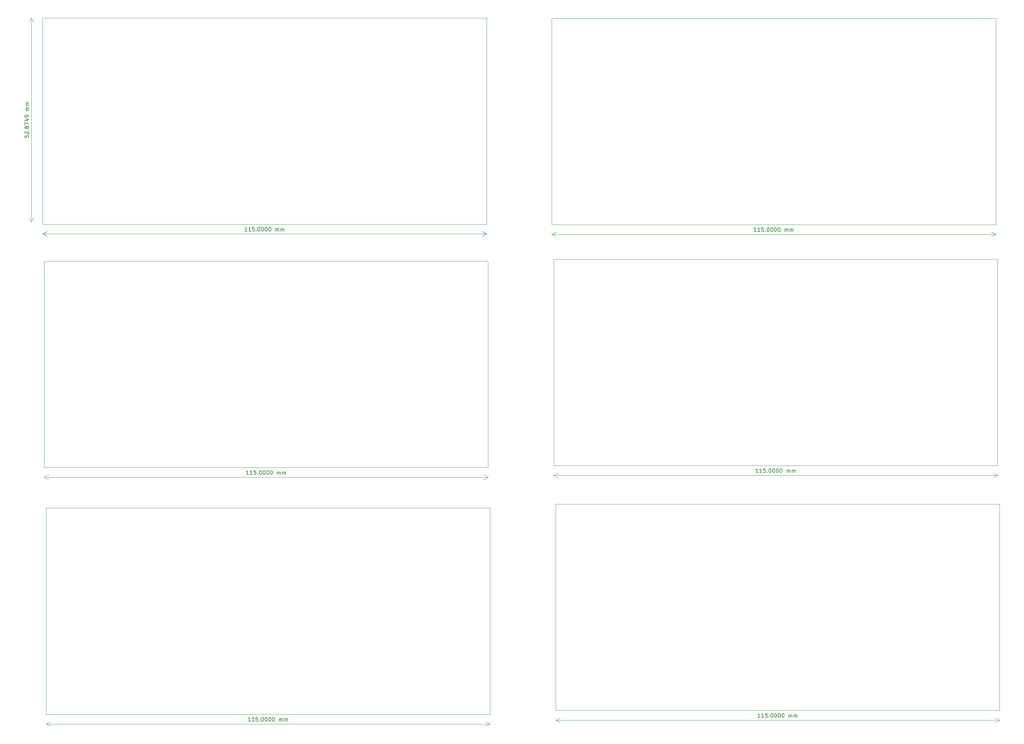
<source format=gbr>
%TF.GenerationSoftware,KiCad,Pcbnew,8.0.5-8.0.5-0~ubuntu24.04.1*%
%TF.CreationDate,2024-09-29T15:16:05-03:00*%
%TF.ProjectId,MXR Distortion,4d585220-4469-4737-946f-7274696f6e2e,rev?*%
%TF.SameCoordinates,Original*%
%TF.FileFunction,Profile,NP*%
%FSLAX46Y46*%
G04 Gerber Fmt 4.6, Leading zero omitted, Abs format (unit mm)*
G04 Created by KiCad (PCBNEW 8.0.5-8.0.5-0~ubuntu24.04.1) date 2024-09-29 15:16:05*
%MOMM*%
%LPD*%
G01*
G04 APERTURE LIST*
%TA.AperFunction,Profile*%
%ADD10C,0.050000*%
%TD*%
%ADD11C,0.150000*%
G04 APERTURE END LIST*
D10*
X18902124Y-133625121D02*
X133902124Y-133625121D01*
X150402124Y-70625121D02*
X265402124Y-70625121D01*
X133902124Y-80125121D02*
X18902124Y-80125121D01*
X133902124Y-133625121D02*
X133902124Y-80125121D01*
X134402124Y-144125121D02*
X19402124Y-144125121D01*
X265402124Y-70625121D02*
X265402124Y-17125121D01*
X19402124Y-144125121D02*
X19402124Y-197625121D01*
X265902124Y-79625121D02*
X150902124Y-79625121D01*
X265402124Y-17125121D02*
X150402124Y-17125121D01*
X265902124Y-133125121D02*
X265902124Y-79625121D01*
X151402124Y-143125121D02*
X151402124Y-196625121D01*
X150402124Y-17125121D02*
X150402124Y-70625121D01*
X18500000Y-70500000D02*
X133500000Y-70500000D01*
X134402124Y-197625121D02*
X134402124Y-144125121D01*
X18500000Y-17000000D02*
X18500000Y-70500000D01*
X150902124Y-133125121D02*
X265902124Y-133125121D01*
X266402124Y-196625121D02*
X266402124Y-143125121D01*
X133500000Y-70500000D02*
X133500000Y-17000000D01*
X19402124Y-197625121D02*
X134402124Y-197625121D01*
X18902124Y-80125121D02*
X18902124Y-133625121D01*
X266402124Y-143125121D02*
X151402124Y-143125121D01*
X150902124Y-79625121D02*
X150902124Y-133125121D01*
X151402124Y-196625121D02*
X266402124Y-196625121D01*
X133500000Y-17000000D02*
X18500000Y-17000000D01*
D11*
X204378314Y-198429940D02*
X203806886Y-198429940D01*
X204092600Y-198429940D02*
X204092600Y-197429940D01*
X204092600Y-197429940D02*
X203997362Y-197572797D01*
X203997362Y-197572797D02*
X203902124Y-197668035D01*
X203902124Y-197668035D02*
X203806886Y-197715654D01*
X205330695Y-198429940D02*
X204759267Y-198429940D01*
X205044981Y-198429940D02*
X205044981Y-197429940D01*
X205044981Y-197429940D02*
X204949743Y-197572797D01*
X204949743Y-197572797D02*
X204854505Y-197668035D01*
X204854505Y-197668035D02*
X204759267Y-197715654D01*
X206235457Y-197429940D02*
X205759267Y-197429940D01*
X205759267Y-197429940D02*
X205711648Y-197906130D01*
X205711648Y-197906130D02*
X205759267Y-197858511D01*
X205759267Y-197858511D02*
X205854505Y-197810892D01*
X205854505Y-197810892D02*
X206092600Y-197810892D01*
X206092600Y-197810892D02*
X206187838Y-197858511D01*
X206187838Y-197858511D02*
X206235457Y-197906130D01*
X206235457Y-197906130D02*
X206283076Y-198001368D01*
X206283076Y-198001368D02*
X206283076Y-198239463D01*
X206283076Y-198239463D02*
X206235457Y-198334701D01*
X206235457Y-198334701D02*
X206187838Y-198382321D01*
X206187838Y-198382321D02*
X206092600Y-198429940D01*
X206092600Y-198429940D02*
X205854505Y-198429940D01*
X205854505Y-198429940D02*
X205759267Y-198382321D01*
X205759267Y-198382321D02*
X205711648Y-198334701D01*
X206711648Y-198334701D02*
X206759267Y-198382321D01*
X206759267Y-198382321D02*
X206711648Y-198429940D01*
X206711648Y-198429940D02*
X206664029Y-198382321D01*
X206664029Y-198382321D02*
X206711648Y-198334701D01*
X206711648Y-198334701D02*
X206711648Y-198429940D01*
X207378314Y-197429940D02*
X207473552Y-197429940D01*
X207473552Y-197429940D02*
X207568790Y-197477559D01*
X207568790Y-197477559D02*
X207616409Y-197525178D01*
X207616409Y-197525178D02*
X207664028Y-197620416D01*
X207664028Y-197620416D02*
X207711647Y-197810892D01*
X207711647Y-197810892D02*
X207711647Y-198048987D01*
X207711647Y-198048987D02*
X207664028Y-198239463D01*
X207664028Y-198239463D02*
X207616409Y-198334701D01*
X207616409Y-198334701D02*
X207568790Y-198382321D01*
X207568790Y-198382321D02*
X207473552Y-198429940D01*
X207473552Y-198429940D02*
X207378314Y-198429940D01*
X207378314Y-198429940D02*
X207283076Y-198382321D01*
X207283076Y-198382321D02*
X207235457Y-198334701D01*
X207235457Y-198334701D02*
X207187838Y-198239463D01*
X207187838Y-198239463D02*
X207140219Y-198048987D01*
X207140219Y-198048987D02*
X207140219Y-197810892D01*
X207140219Y-197810892D02*
X207187838Y-197620416D01*
X207187838Y-197620416D02*
X207235457Y-197525178D01*
X207235457Y-197525178D02*
X207283076Y-197477559D01*
X207283076Y-197477559D02*
X207378314Y-197429940D01*
X208330695Y-197429940D02*
X208425933Y-197429940D01*
X208425933Y-197429940D02*
X208521171Y-197477559D01*
X208521171Y-197477559D02*
X208568790Y-197525178D01*
X208568790Y-197525178D02*
X208616409Y-197620416D01*
X208616409Y-197620416D02*
X208664028Y-197810892D01*
X208664028Y-197810892D02*
X208664028Y-198048987D01*
X208664028Y-198048987D02*
X208616409Y-198239463D01*
X208616409Y-198239463D02*
X208568790Y-198334701D01*
X208568790Y-198334701D02*
X208521171Y-198382321D01*
X208521171Y-198382321D02*
X208425933Y-198429940D01*
X208425933Y-198429940D02*
X208330695Y-198429940D01*
X208330695Y-198429940D02*
X208235457Y-198382321D01*
X208235457Y-198382321D02*
X208187838Y-198334701D01*
X208187838Y-198334701D02*
X208140219Y-198239463D01*
X208140219Y-198239463D02*
X208092600Y-198048987D01*
X208092600Y-198048987D02*
X208092600Y-197810892D01*
X208092600Y-197810892D02*
X208140219Y-197620416D01*
X208140219Y-197620416D02*
X208187838Y-197525178D01*
X208187838Y-197525178D02*
X208235457Y-197477559D01*
X208235457Y-197477559D02*
X208330695Y-197429940D01*
X209283076Y-197429940D02*
X209378314Y-197429940D01*
X209378314Y-197429940D02*
X209473552Y-197477559D01*
X209473552Y-197477559D02*
X209521171Y-197525178D01*
X209521171Y-197525178D02*
X209568790Y-197620416D01*
X209568790Y-197620416D02*
X209616409Y-197810892D01*
X209616409Y-197810892D02*
X209616409Y-198048987D01*
X209616409Y-198048987D02*
X209568790Y-198239463D01*
X209568790Y-198239463D02*
X209521171Y-198334701D01*
X209521171Y-198334701D02*
X209473552Y-198382321D01*
X209473552Y-198382321D02*
X209378314Y-198429940D01*
X209378314Y-198429940D02*
X209283076Y-198429940D01*
X209283076Y-198429940D02*
X209187838Y-198382321D01*
X209187838Y-198382321D02*
X209140219Y-198334701D01*
X209140219Y-198334701D02*
X209092600Y-198239463D01*
X209092600Y-198239463D02*
X209044981Y-198048987D01*
X209044981Y-198048987D02*
X209044981Y-197810892D01*
X209044981Y-197810892D02*
X209092600Y-197620416D01*
X209092600Y-197620416D02*
X209140219Y-197525178D01*
X209140219Y-197525178D02*
X209187838Y-197477559D01*
X209187838Y-197477559D02*
X209283076Y-197429940D01*
X210235457Y-197429940D02*
X210330695Y-197429940D01*
X210330695Y-197429940D02*
X210425933Y-197477559D01*
X210425933Y-197477559D02*
X210473552Y-197525178D01*
X210473552Y-197525178D02*
X210521171Y-197620416D01*
X210521171Y-197620416D02*
X210568790Y-197810892D01*
X210568790Y-197810892D02*
X210568790Y-198048987D01*
X210568790Y-198048987D02*
X210521171Y-198239463D01*
X210521171Y-198239463D02*
X210473552Y-198334701D01*
X210473552Y-198334701D02*
X210425933Y-198382321D01*
X210425933Y-198382321D02*
X210330695Y-198429940D01*
X210330695Y-198429940D02*
X210235457Y-198429940D01*
X210235457Y-198429940D02*
X210140219Y-198382321D01*
X210140219Y-198382321D02*
X210092600Y-198334701D01*
X210092600Y-198334701D02*
X210044981Y-198239463D01*
X210044981Y-198239463D02*
X209997362Y-198048987D01*
X209997362Y-198048987D02*
X209997362Y-197810892D01*
X209997362Y-197810892D02*
X210044981Y-197620416D01*
X210044981Y-197620416D02*
X210092600Y-197525178D01*
X210092600Y-197525178D02*
X210140219Y-197477559D01*
X210140219Y-197477559D02*
X210235457Y-197429940D01*
X211759267Y-198429940D02*
X211759267Y-197763273D01*
X211759267Y-197858511D02*
X211806886Y-197810892D01*
X211806886Y-197810892D02*
X211902124Y-197763273D01*
X211902124Y-197763273D02*
X212044981Y-197763273D01*
X212044981Y-197763273D02*
X212140219Y-197810892D01*
X212140219Y-197810892D02*
X212187838Y-197906130D01*
X212187838Y-197906130D02*
X212187838Y-198429940D01*
X212187838Y-197906130D02*
X212235457Y-197810892D01*
X212235457Y-197810892D02*
X212330695Y-197763273D01*
X212330695Y-197763273D02*
X212473552Y-197763273D01*
X212473552Y-197763273D02*
X212568791Y-197810892D01*
X212568791Y-197810892D02*
X212616410Y-197906130D01*
X212616410Y-197906130D02*
X212616410Y-198429940D01*
X213092600Y-198429940D02*
X213092600Y-197763273D01*
X213092600Y-197858511D02*
X213140219Y-197810892D01*
X213140219Y-197810892D02*
X213235457Y-197763273D01*
X213235457Y-197763273D02*
X213378314Y-197763273D01*
X213378314Y-197763273D02*
X213473552Y-197810892D01*
X213473552Y-197810892D02*
X213521171Y-197906130D01*
X213521171Y-197906130D02*
X213521171Y-198429940D01*
X213521171Y-197906130D02*
X213568790Y-197810892D01*
X213568790Y-197810892D02*
X213664028Y-197763273D01*
X213664028Y-197763273D02*
X213806885Y-197763273D01*
X213806885Y-197763273D02*
X213902124Y-197810892D01*
X213902124Y-197810892D02*
X213949743Y-197906130D01*
X213949743Y-197906130D02*
X213949743Y-198429940D01*
D10*
X151402124Y-198625121D02*
X151402124Y-198538701D01*
X266402124Y-198625121D02*
X266402124Y-198538701D01*
X151402124Y-199125121D02*
X266402124Y-199125121D01*
X151402124Y-199125121D02*
X266402124Y-199125121D01*
X151402124Y-199125121D02*
X152528628Y-198538700D01*
X151402124Y-199125121D02*
X152528628Y-199711542D01*
X266402124Y-199125121D02*
X265275620Y-199711542D01*
X266402124Y-199125121D02*
X265275620Y-198538700D01*
D11*
X13902695Y-47532676D02*
X13902695Y-48008866D01*
X13902695Y-48008866D02*
X14378885Y-48056485D01*
X14378885Y-48056485D02*
X14331266Y-48008866D01*
X14331266Y-48008866D02*
X14283647Y-47913628D01*
X14283647Y-47913628D02*
X14283647Y-47675533D01*
X14283647Y-47675533D02*
X14331266Y-47580295D01*
X14331266Y-47580295D02*
X14378885Y-47532676D01*
X14378885Y-47532676D02*
X14474123Y-47485057D01*
X14474123Y-47485057D02*
X14712218Y-47485057D01*
X14712218Y-47485057D02*
X14807456Y-47532676D01*
X14807456Y-47532676D02*
X14855076Y-47580295D01*
X14855076Y-47580295D02*
X14902695Y-47675533D01*
X14902695Y-47675533D02*
X14902695Y-47913628D01*
X14902695Y-47913628D02*
X14855076Y-48008866D01*
X14855076Y-48008866D02*
X14807456Y-48056485D01*
X13997933Y-47104104D02*
X13950314Y-47056485D01*
X13950314Y-47056485D02*
X13902695Y-46961247D01*
X13902695Y-46961247D02*
X13902695Y-46723152D01*
X13902695Y-46723152D02*
X13950314Y-46627914D01*
X13950314Y-46627914D02*
X13997933Y-46580295D01*
X13997933Y-46580295D02*
X14093171Y-46532676D01*
X14093171Y-46532676D02*
X14188409Y-46532676D01*
X14188409Y-46532676D02*
X14331266Y-46580295D01*
X14331266Y-46580295D02*
X14902695Y-47151723D01*
X14902695Y-47151723D02*
X14902695Y-46532676D01*
X14807456Y-46104104D02*
X14855076Y-46056485D01*
X14855076Y-46056485D02*
X14902695Y-46104104D01*
X14902695Y-46104104D02*
X14855076Y-46151723D01*
X14855076Y-46151723D02*
X14807456Y-46104104D01*
X14807456Y-46104104D02*
X14902695Y-46104104D01*
X14331266Y-45485057D02*
X14283647Y-45580295D01*
X14283647Y-45580295D02*
X14236028Y-45627914D01*
X14236028Y-45627914D02*
X14140790Y-45675533D01*
X14140790Y-45675533D02*
X14093171Y-45675533D01*
X14093171Y-45675533D02*
X13997933Y-45627914D01*
X13997933Y-45627914D02*
X13950314Y-45580295D01*
X13950314Y-45580295D02*
X13902695Y-45485057D01*
X13902695Y-45485057D02*
X13902695Y-45294581D01*
X13902695Y-45294581D02*
X13950314Y-45199343D01*
X13950314Y-45199343D02*
X13997933Y-45151724D01*
X13997933Y-45151724D02*
X14093171Y-45104105D01*
X14093171Y-45104105D02*
X14140790Y-45104105D01*
X14140790Y-45104105D02*
X14236028Y-45151724D01*
X14236028Y-45151724D02*
X14283647Y-45199343D01*
X14283647Y-45199343D02*
X14331266Y-45294581D01*
X14331266Y-45294581D02*
X14331266Y-45485057D01*
X14331266Y-45485057D02*
X14378885Y-45580295D01*
X14378885Y-45580295D02*
X14426504Y-45627914D01*
X14426504Y-45627914D02*
X14521742Y-45675533D01*
X14521742Y-45675533D02*
X14712218Y-45675533D01*
X14712218Y-45675533D02*
X14807456Y-45627914D01*
X14807456Y-45627914D02*
X14855076Y-45580295D01*
X14855076Y-45580295D02*
X14902695Y-45485057D01*
X14902695Y-45485057D02*
X14902695Y-45294581D01*
X14902695Y-45294581D02*
X14855076Y-45199343D01*
X14855076Y-45199343D02*
X14807456Y-45151724D01*
X14807456Y-45151724D02*
X14712218Y-45104105D01*
X14712218Y-45104105D02*
X14521742Y-45104105D01*
X14521742Y-45104105D02*
X14426504Y-45151724D01*
X14426504Y-45151724D02*
X14378885Y-45199343D01*
X14378885Y-45199343D02*
X14331266Y-45294581D01*
X13902695Y-44770771D02*
X13902695Y-44104105D01*
X13902695Y-44104105D02*
X14902695Y-44532676D01*
X14236028Y-43294581D02*
X14902695Y-43294581D01*
X13855076Y-43532676D02*
X14569361Y-43770771D01*
X14569361Y-43770771D02*
X14569361Y-43151724D01*
X14902695Y-42723152D02*
X14902695Y-42532676D01*
X14902695Y-42532676D02*
X14855076Y-42437438D01*
X14855076Y-42437438D02*
X14807456Y-42389819D01*
X14807456Y-42389819D02*
X14664599Y-42294581D01*
X14664599Y-42294581D02*
X14474123Y-42246962D01*
X14474123Y-42246962D02*
X14093171Y-42246962D01*
X14093171Y-42246962D02*
X13997933Y-42294581D01*
X13997933Y-42294581D02*
X13950314Y-42342200D01*
X13950314Y-42342200D02*
X13902695Y-42437438D01*
X13902695Y-42437438D02*
X13902695Y-42627914D01*
X13902695Y-42627914D02*
X13950314Y-42723152D01*
X13950314Y-42723152D02*
X13997933Y-42770771D01*
X13997933Y-42770771D02*
X14093171Y-42818390D01*
X14093171Y-42818390D02*
X14331266Y-42818390D01*
X14331266Y-42818390D02*
X14426504Y-42770771D01*
X14426504Y-42770771D02*
X14474123Y-42723152D01*
X14474123Y-42723152D02*
X14521742Y-42627914D01*
X14521742Y-42627914D02*
X14521742Y-42437438D01*
X14521742Y-42437438D02*
X14474123Y-42342200D01*
X14474123Y-42342200D02*
X14426504Y-42294581D01*
X14426504Y-42294581D02*
X14331266Y-42246962D01*
X14902695Y-41056485D02*
X14236028Y-41056485D01*
X14331266Y-41056485D02*
X14283647Y-41008866D01*
X14283647Y-41008866D02*
X14236028Y-40913628D01*
X14236028Y-40913628D02*
X14236028Y-40770771D01*
X14236028Y-40770771D02*
X14283647Y-40675533D01*
X14283647Y-40675533D02*
X14378885Y-40627914D01*
X14378885Y-40627914D02*
X14902695Y-40627914D01*
X14378885Y-40627914D02*
X14283647Y-40580295D01*
X14283647Y-40580295D02*
X14236028Y-40485057D01*
X14236028Y-40485057D02*
X14236028Y-40342200D01*
X14236028Y-40342200D02*
X14283647Y-40246961D01*
X14283647Y-40246961D02*
X14378885Y-40199342D01*
X14378885Y-40199342D02*
X14902695Y-40199342D01*
X14902695Y-39723152D02*
X14236028Y-39723152D01*
X14331266Y-39723152D02*
X14283647Y-39675533D01*
X14283647Y-39675533D02*
X14236028Y-39580295D01*
X14236028Y-39580295D02*
X14236028Y-39437438D01*
X14236028Y-39437438D02*
X14283647Y-39342200D01*
X14283647Y-39342200D02*
X14378885Y-39294581D01*
X14378885Y-39294581D02*
X14902695Y-39294581D01*
X14378885Y-39294581D02*
X14283647Y-39246962D01*
X14283647Y-39246962D02*
X14236028Y-39151724D01*
X14236028Y-39151724D02*
X14236028Y-39008867D01*
X14236028Y-39008867D02*
X14283647Y-38913628D01*
X14283647Y-38913628D02*
X14378885Y-38866009D01*
X14378885Y-38866009D02*
X14902695Y-38866009D01*
D10*
X15097876Y-69874879D02*
X15011456Y-69874879D01*
X15097876Y-17000000D02*
X15011456Y-17000000D01*
X15597876Y-69874879D02*
X15597876Y-17000000D01*
X15597876Y-69874879D02*
X15597876Y-17000000D01*
X15597876Y-69874879D02*
X15011455Y-68748375D01*
X15597876Y-69874879D02*
X16184297Y-68748375D01*
X15597876Y-17000000D02*
X16184297Y-18126504D01*
X15597876Y-17000000D02*
X15011455Y-18126504D01*
D11*
X71476190Y-72304819D02*
X70904762Y-72304819D01*
X71190476Y-72304819D02*
X71190476Y-71304819D01*
X71190476Y-71304819D02*
X71095238Y-71447676D01*
X71095238Y-71447676D02*
X71000000Y-71542914D01*
X71000000Y-71542914D02*
X70904762Y-71590533D01*
X72428571Y-72304819D02*
X71857143Y-72304819D01*
X72142857Y-72304819D02*
X72142857Y-71304819D01*
X72142857Y-71304819D02*
X72047619Y-71447676D01*
X72047619Y-71447676D02*
X71952381Y-71542914D01*
X71952381Y-71542914D02*
X71857143Y-71590533D01*
X73333333Y-71304819D02*
X72857143Y-71304819D01*
X72857143Y-71304819D02*
X72809524Y-71781009D01*
X72809524Y-71781009D02*
X72857143Y-71733390D01*
X72857143Y-71733390D02*
X72952381Y-71685771D01*
X72952381Y-71685771D02*
X73190476Y-71685771D01*
X73190476Y-71685771D02*
X73285714Y-71733390D01*
X73285714Y-71733390D02*
X73333333Y-71781009D01*
X73333333Y-71781009D02*
X73380952Y-71876247D01*
X73380952Y-71876247D02*
X73380952Y-72114342D01*
X73380952Y-72114342D02*
X73333333Y-72209580D01*
X73333333Y-72209580D02*
X73285714Y-72257200D01*
X73285714Y-72257200D02*
X73190476Y-72304819D01*
X73190476Y-72304819D02*
X72952381Y-72304819D01*
X72952381Y-72304819D02*
X72857143Y-72257200D01*
X72857143Y-72257200D02*
X72809524Y-72209580D01*
X73809524Y-72209580D02*
X73857143Y-72257200D01*
X73857143Y-72257200D02*
X73809524Y-72304819D01*
X73809524Y-72304819D02*
X73761905Y-72257200D01*
X73761905Y-72257200D02*
X73809524Y-72209580D01*
X73809524Y-72209580D02*
X73809524Y-72304819D01*
X74476190Y-71304819D02*
X74571428Y-71304819D01*
X74571428Y-71304819D02*
X74666666Y-71352438D01*
X74666666Y-71352438D02*
X74714285Y-71400057D01*
X74714285Y-71400057D02*
X74761904Y-71495295D01*
X74761904Y-71495295D02*
X74809523Y-71685771D01*
X74809523Y-71685771D02*
X74809523Y-71923866D01*
X74809523Y-71923866D02*
X74761904Y-72114342D01*
X74761904Y-72114342D02*
X74714285Y-72209580D01*
X74714285Y-72209580D02*
X74666666Y-72257200D01*
X74666666Y-72257200D02*
X74571428Y-72304819D01*
X74571428Y-72304819D02*
X74476190Y-72304819D01*
X74476190Y-72304819D02*
X74380952Y-72257200D01*
X74380952Y-72257200D02*
X74333333Y-72209580D01*
X74333333Y-72209580D02*
X74285714Y-72114342D01*
X74285714Y-72114342D02*
X74238095Y-71923866D01*
X74238095Y-71923866D02*
X74238095Y-71685771D01*
X74238095Y-71685771D02*
X74285714Y-71495295D01*
X74285714Y-71495295D02*
X74333333Y-71400057D01*
X74333333Y-71400057D02*
X74380952Y-71352438D01*
X74380952Y-71352438D02*
X74476190Y-71304819D01*
X75428571Y-71304819D02*
X75523809Y-71304819D01*
X75523809Y-71304819D02*
X75619047Y-71352438D01*
X75619047Y-71352438D02*
X75666666Y-71400057D01*
X75666666Y-71400057D02*
X75714285Y-71495295D01*
X75714285Y-71495295D02*
X75761904Y-71685771D01*
X75761904Y-71685771D02*
X75761904Y-71923866D01*
X75761904Y-71923866D02*
X75714285Y-72114342D01*
X75714285Y-72114342D02*
X75666666Y-72209580D01*
X75666666Y-72209580D02*
X75619047Y-72257200D01*
X75619047Y-72257200D02*
X75523809Y-72304819D01*
X75523809Y-72304819D02*
X75428571Y-72304819D01*
X75428571Y-72304819D02*
X75333333Y-72257200D01*
X75333333Y-72257200D02*
X75285714Y-72209580D01*
X75285714Y-72209580D02*
X75238095Y-72114342D01*
X75238095Y-72114342D02*
X75190476Y-71923866D01*
X75190476Y-71923866D02*
X75190476Y-71685771D01*
X75190476Y-71685771D02*
X75238095Y-71495295D01*
X75238095Y-71495295D02*
X75285714Y-71400057D01*
X75285714Y-71400057D02*
X75333333Y-71352438D01*
X75333333Y-71352438D02*
X75428571Y-71304819D01*
X76380952Y-71304819D02*
X76476190Y-71304819D01*
X76476190Y-71304819D02*
X76571428Y-71352438D01*
X76571428Y-71352438D02*
X76619047Y-71400057D01*
X76619047Y-71400057D02*
X76666666Y-71495295D01*
X76666666Y-71495295D02*
X76714285Y-71685771D01*
X76714285Y-71685771D02*
X76714285Y-71923866D01*
X76714285Y-71923866D02*
X76666666Y-72114342D01*
X76666666Y-72114342D02*
X76619047Y-72209580D01*
X76619047Y-72209580D02*
X76571428Y-72257200D01*
X76571428Y-72257200D02*
X76476190Y-72304819D01*
X76476190Y-72304819D02*
X76380952Y-72304819D01*
X76380952Y-72304819D02*
X76285714Y-72257200D01*
X76285714Y-72257200D02*
X76238095Y-72209580D01*
X76238095Y-72209580D02*
X76190476Y-72114342D01*
X76190476Y-72114342D02*
X76142857Y-71923866D01*
X76142857Y-71923866D02*
X76142857Y-71685771D01*
X76142857Y-71685771D02*
X76190476Y-71495295D01*
X76190476Y-71495295D02*
X76238095Y-71400057D01*
X76238095Y-71400057D02*
X76285714Y-71352438D01*
X76285714Y-71352438D02*
X76380952Y-71304819D01*
X77333333Y-71304819D02*
X77428571Y-71304819D01*
X77428571Y-71304819D02*
X77523809Y-71352438D01*
X77523809Y-71352438D02*
X77571428Y-71400057D01*
X77571428Y-71400057D02*
X77619047Y-71495295D01*
X77619047Y-71495295D02*
X77666666Y-71685771D01*
X77666666Y-71685771D02*
X77666666Y-71923866D01*
X77666666Y-71923866D02*
X77619047Y-72114342D01*
X77619047Y-72114342D02*
X77571428Y-72209580D01*
X77571428Y-72209580D02*
X77523809Y-72257200D01*
X77523809Y-72257200D02*
X77428571Y-72304819D01*
X77428571Y-72304819D02*
X77333333Y-72304819D01*
X77333333Y-72304819D02*
X77238095Y-72257200D01*
X77238095Y-72257200D02*
X77190476Y-72209580D01*
X77190476Y-72209580D02*
X77142857Y-72114342D01*
X77142857Y-72114342D02*
X77095238Y-71923866D01*
X77095238Y-71923866D02*
X77095238Y-71685771D01*
X77095238Y-71685771D02*
X77142857Y-71495295D01*
X77142857Y-71495295D02*
X77190476Y-71400057D01*
X77190476Y-71400057D02*
X77238095Y-71352438D01*
X77238095Y-71352438D02*
X77333333Y-71304819D01*
X78857143Y-72304819D02*
X78857143Y-71638152D01*
X78857143Y-71733390D02*
X78904762Y-71685771D01*
X78904762Y-71685771D02*
X79000000Y-71638152D01*
X79000000Y-71638152D02*
X79142857Y-71638152D01*
X79142857Y-71638152D02*
X79238095Y-71685771D01*
X79238095Y-71685771D02*
X79285714Y-71781009D01*
X79285714Y-71781009D02*
X79285714Y-72304819D01*
X79285714Y-71781009D02*
X79333333Y-71685771D01*
X79333333Y-71685771D02*
X79428571Y-71638152D01*
X79428571Y-71638152D02*
X79571428Y-71638152D01*
X79571428Y-71638152D02*
X79666667Y-71685771D01*
X79666667Y-71685771D02*
X79714286Y-71781009D01*
X79714286Y-71781009D02*
X79714286Y-72304819D01*
X80190476Y-72304819D02*
X80190476Y-71638152D01*
X80190476Y-71733390D02*
X80238095Y-71685771D01*
X80238095Y-71685771D02*
X80333333Y-71638152D01*
X80333333Y-71638152D02*
X80476190Y-71638152D01*
X80476190Y-71638152D02*
X80571428Y-71685771D01*
X80571428Y-71685771D02*
X80619047Y-71781009D01*
X80619047Y-71781009D02*
X80619047Y-72304819D01*
X80619047Y-71781009D02*
X80666666Y-71685771D01*
X80666666Y-71685771D02*
X80761904Y-71638152D01*
X80761904Y-71638152D02*
X80904761Y-71638152D01*
X80904761Y-71638152D02*
X81000000Y-71685771D01*
X81000000Y-71685771D02*
X81047619Y-71781009D01*
X81047619Y-71781009D02*
X81047619Y-72304819D01*
D10*
X18500000Y-72500000D02*
X18500000Y-72413580D01*
X133500000Y-72500000D02*
X133500000Y-72413580D01*
X18500000Y-73000000D02*
X133500000Y-73000000D01*
X18500000Y-73000000D02*
X133500000Y-73000000D01*
X18500000Y-73000000D02*
X19626504Y-72413579D01*
X18500000Y-73000000D02*
X19626504Y-73586421D01*
X133500000Y-73000000D02*
X132373496Y-73586421D01*
X133500000Y-73000000D02*
X132373496Y-72413579D01*
D11*
X203378314Y-72429940D02*
X202806886Y-72429940D01*
X203092600Y-72429940D02*
X203092600Y-71429940D01*
X203092600Y-71429940D02*
X202997362Y-71572797D01*
X202997362Y-71572797D02*
X202902124Y-71668035D01*
X202902124Y-71668035D02*
X202806886Y-71715654D01*
X204330695Y-72429940D02*
X203759267Y-72429940D01*
X204044981Y-72429940D02*
X204044981Y-71429940D01*
X204044981Y-71429940D02*
X203949743Y-71572797D01*
X203949743Y-71572797D02*
X203854505Y-71668035D01*
X203854505Y-71668035D02*
X203759267Y-71715654D01*
X205235457Y-71429940D02*
X204759267Y-71429940D01*
X204759267Y-71429940D02*
X204711648Y-71906130D01*
X204711648Y-71906130D02*
X204759267Y-71858511D01*
X204759267Y-71858511D02*
X204854505Y-71810892D01*
X204854505Y-71810892D02*
X205092600Y-71810892D01*
X205092600Y-71810892D02*
X205187838Y-71858511D01*
X205187838Y-71858511D02*
X205235457Y-71906130D01*
X205235457Y-71906130D02*
X205283076Y-72001368D01*
X205283076Y-72001368D02*
X205283076Y-72239463D01*
X205283076Y-72239463D02*
X205235457Y-72334701D01*
X205235457Y-72334701D02*
X205187838Y-72382321D01*
X205187838Y-72382321D02*
X205092600Y-72429940D01*
X205092600Y-72429940D02*
X204854505Y-72429940D01*
X204854505Y-72429940D02*
X204759267Y-72382321D01*
X204759267Y-72382321D02*
X204711648Y-72334701D01*
X205711648Y-72334701D02*
X205759267Y-72382321D01*
X205759267Y-72382321D02*
X205711648Y-72429940D01*
X205711648Y-72429940D02*
X205664029Y-72382321D01*
X205664029Y-72382321D02*
X205711648Y-72334701D01*
X205711648Y-72334701D02*
X205711648Y-72429940D01*
X206378314Y-71429940D02*
X206473552Y-71429940D01*
X206473552Y-71429940D02*
X206568790Y-71477559D01*
X206568790Y-71477559D02*
X206616409Y-71525178D01*
X206616409Y-71525178D02*
X206664028Y-71620416D01*
X206664028Y-71620416D02*
X206711647Y-71810892D01*
X206711647Y-71810892D02*
X206711647Y-72048987D01*
X206711647Y-72048987D02*
X206664028Y-72239463D01*
X206664028Y-72239463D02*
X206616409Y-72334701D01*
X206616409Y-72334701D02*
X206568790Y-72382321D01*
X206568790Y-72382321D02*
X206473552Y-72429940D01*
X206473552Y-72429940D02*
X206378314Y-72429940D01*
X206378314Y-72429940D02*
X206283076Y-72382321D01*
X206283076Y-72382321D02*
X206235457Y-72334701D01*
X206235457Y-72334701D02*
X206187838Y-72239463D01*
X206187838Y-72239463D02*
X206140219Y-72048987D01*
X206140219Y-72048987D02*
X206140219Y-71810892D01*
X206140219Y-71810892D02*
X206187838Y-71620416D01*
X206187838Y-71620416D02*
X206235457Y-71525178D01*
X206235457Y-71525178D02*
X206283076Y-71477559D01*
X206283076Y-71477559D02*
X206378314Y-71429940D01*
X207330695Y-71429940D02*
X207425933Y-71429940D01*
X207425933Y-71429940D02*
X207521171Y-71477559D01*
X207521171Y-71477559D02*
X207568790Y-71525178D01*
X207568790Y-71525178D02*
X207616409Y-71620416D01*
X207616409Y-71620416D02*
X207664028Y-71810892D01*
X207664028Y-71810892D02*
X207664028Y-72048987D01*
X207664028Y-72048987D02*
X207616409Y-72239463D01*
X207616409Y-72239463D02*
X207568790Y-72334701D01*
X207568790Y-72334701D02*
X207521171Y-72382321D01*
X207521171Y-72382321D02*
X207425933Y-72429940D01*
X207425933Y-72429940D02*
X207330695Y-72429940D01*
X207330695Y-72429940D02*
X207235457Y-72382321D01*
X207235457Y-72382321D02*
X207187838Y-72334701D01*
X207187838Y-72334701D02*
X207140219Y-72239463D01*
X207140219Y-72239463D02*
X207092600Y-72048987D01*
X207092600Y-72048987D02*
X207092600Y-71810892D01*
X207092600Y-71810892D02*
X207140219Y-71620416D01*
X207140219Y-71620416D02*
X207187838Y-71525178D01*
X207187838Y-71525178D02*
X207235457Y-71477559D01*
X207235457Y-71477559D02*
X207330695Y-71429940D01*
X208283076Y-71429940D02*
X208378314Y-71429940D01*
X208378314Y-71429940D02*
X208473552Y-71477559D01*
X208473552Y-71477559D02*
X208521171Y-71525178D01*
X208521171Y-71525178D02*
X208568790Y-71620416D01*
X208568790Y-71620416D02*
X208616409Y-71810892D01*
X208616409Y-71810892D02*
X208616409Y-72048987D01*
X208616409Y-72048987D02*
X208568790Y-72239463D01*
X208568790Y-72239463D02*
X208521171Y-72334701D01*
X208521171Y-72334701D02*
X208473552Y-72382321D01*
X208473552Y-72382321D02*
X208378314Y-72429940D01*
X208378314Y-72429940D02*
X208283076Y-72429940D01*
X208283076Y-72429940D02*
X208187838Y-72382321D01*
X208187838Y-72382321D02*
X208140219Y-72334701D01*
X208140219Y-72334701D02*
X208092600Y-72239463D01*
X208092600Y-72239463D02*
X208044981Y-72048987D01*
X208044981Y-72048987D02*
X208044981Y-71810892D01*
X208044981Y-71810892D02*
X208092600Y-71620416D01*
X208092600Y-71620416D02*
X208140219Y-71525178D01*
X208140219Y-71525178D02*
X208187838Y-71477559D01*
X208187838Y-71477559D02*
X208283076Y-71429940D01*
X209235457Y-71429940D02*
X209330695Y-71429940D01*
X209330695Y-71429940D02*
X209425933Y-71477559D01*
X209425933Y-71477559D02*
X209473552Y-71525178D01*
X209473552Y-71525178D02*
X209521171Y-71620416D01*
X209521171Y-71620416D02*
X209568790Y-71810892D01*
X209568790Y-71810892D02*
X209568790Y-72048987D01*
X209568790Y-72048987D02*
X209521171Y-72239463D01*
X209521171Y-72239463D02*
X209473552Y-72334701D01*
X209473552Y-72334701D02*
X209425933Y-72382321D01*
X209425933Y-72382321D02*
X209330695Y-72429940D01*
X209330695Y-72429940D02*
X209235457Y-72429940D01*
X209235457Y-72429940D02*
X209140219Y-72382321D01*
X209140219Y-72382321D02*
X209092600Y-72334701D01*
X209092600Y-72334701D02*
X209044981Y-72239463D01*
X209044981Y-72239463D02*
X208997362Y-72048987D01*
X208997362Y-72048987D02*
X208997362Y-71810892D01*
X208997362Y-71810892D02*
X209044981Y-71620416D01*
X209044981Y-71620416D02*
X209092600Y-71525178D01*
X209092600Y-71525178D02*
X209140219Y-71477559D01*
X209140219Y-71477559D02*
X209235457Y-71429940D01*
X210759267Y-72429940D02*
X210759267Y-71763273D01*
X210759267Y-71858511D02*
X210806886Y-71810892D01*
X210806886Y-71810892D02*
X210902124Y-71763273D01*
X210902124Y-71763273D02*
X211044981Y-71763273D01*
X211044981Y-71763273D02*
X211140219Y-71810892D01*
X211140219Y-71810892D02*
X211187838Y-71906130D01*
X211187838Y-71906130D02*
X211187838Y-72429940D01*
X211187838Y-71906130D02*
X211235457Y-71810892D01*
X211235457Y-71810892D02*
X211330695Y-71763273D01*
X211330695Y-71763273D02*
X211473552Y-71763273D01*
X211473552Y-71763273D02*
X211568791Y-71810892D01*
X211568791Y-71810892D02*
X211616410Y-71906130D01*
X211616410Y-71906130D02*
X211616410Y-72429940D01*
X212092600Y-72429940D02*
X212092600Y-71763273D01*
X212092600Y-71858511D02*
X212140219Y-71810892D01*
X212140219Y-71810892D02*
X212235457Y-71763273D01*
X212235457Y-71763273D02*
X212378314Y-71763273D01*
X212378314Y-71763273D02*
X212473552Y-71810892D01*
X212473552Y-71810892D02*
X212521171Y-71906130D01*
X212521171Y-71906130D02*
X212521171Y-72429940D01*
X212521171Y-71906130D02*
X212568790Y-71810892D01*
X212568790Y-71810892D02*
X212664028Y-71763273D01*
X212664028Y-71763273D02*
X212806885Y-71763273D01*
X212806885Y-71763273D02*
X212902124Y-71810892D01*
X212902124Y-71810892D02*
X212949743Y-71906130D01*
X212949743Y-71906130D02*
X212949743Y-72429940D01*
D10*
X150402124Y-72625121D02*
X150402124Y-72538701D01*
X265402124Y-72625121D02*
X265402124Y-72538701D01*
X150402124Y-73125121D02*
X265402124Y-73125121D01*
X150402124Y-73125121D02*
X265402124Y-73125121D01*
X150402124Y-73125121D02*
X151528628Y-72538700D01*
X150402124Y-73125121D02*
X151528628Y-73711542D01*
X265402124Y-73125121D02*
X264275620Y-73711542D01*
X265402124Y-73125121D02*
X264275620Y-72538700D01*
D11*
X71878314Y-135429940D02*
X71306886Y-135429940D01*
X71592600Y-135429940D02*
X71592600Y-134429940D01*
X71592600Y-134429940D02*
X71497362Y-134572797D01*
X71497362Y-134572797D02*
X71402124Y-134668035D01*
X71402124Y-134668035D02*
X71306886Y-134715654D01*
X72830695Y-135429940D02*
X72259267Y-135429940D01*
X72544981Y-135429940D02*
X72544981Y-134429940D01*
X72544981Y-134429940D02*
X72449743Y-134572797D01*
X72449743Y-134572797D02*
X72354505Y-134668035D01*
X72354505Y-134668035D02*
X72259267Y-134715654D01*
X73735457Y-134429940D02*
X73259267Y-134429940D01*
X73259267Y-134429940D02*
X73211648Y-134906130D01*
X73211648Y-134906130D02*
X73259267Y-134858511D01*
X73259267Y-134858511D02*
X73354505Y-134810892D01*
X73354505Y-134810892D02*
X73592600Y-134810892D01*
X73592600Y-134810892D02*
X73687838Y-134858511D01*
X73687838Y-134858511D02*
X73735457Y-134906130D01*
X73735457Y-134906130D02*
X73783076Y-135001368D01*
X73783076Y-135001368D02*
X73783076Y-135239463D01*
X73783076Y-135239463D02*
X73735457Y-135334701D01*
X73735457Y-135334701D02*
X73687838Y-135382321D01*
X73687838Y-135382321D02*
X73592600Y-135429940D01*
X73592600Y-135429940D02*
X73354505Y-135429940D01*
X73354505Y-135429940D02*
X73259267Y-135382321D01*
X73259267Y-135382321D02*
X73211648Y-135334701D01*
X74211648Y-135334701D02*
X74259267Y-135382321D01*
X74259267Y-135382321D02*
X74211648Y-135429940D01*
X74211648Y-135429940D02*
X74164029Y-135382321D01*
X74164029Y-135382321D02*
X74211648Y-135334701D01*
X74211648Y-135334701D02*
X74211648Y-135429940D01*
X74878314Y-134429940D02*
X74973552Y-134429940D01*
X74973552Y-134429940D02*
X75068790Y-134477559D01*
X75068790Y-134477559D02*
X75116409Y-134525178D01*
X75116409Y-134525178D02*
X75164028Y-134620416D01*
X75164028Y-134620416D02*
X75211647Y-134810892D01*
X75211647Y-134810892D02*
X75211647Y-135048987D01*
X75211647Y-135048987D02*
X75164028Y-135239463D01*
X75164028Y-135239463D02*
X75116409Y-135334701D01*
X75116409Y-135334701D02*
X75068790Y-135382321D01*
X75068790Y-135382321D02*
X74973552Y-135429940D01*
X74973552Y-135429940D02*
X74878314Y-135429940D01*
X74878314Y-135429940D02*
X74783076Y-135382321D01*
X74783076Y-135382321D02*
X74735457Y-135334701D01*
X74735457Y-135334701D02*
X74687838Y-135239463D01*
X74687838Y-135239463D02*
X74640219Y-135048987D01*
X74640219Y-135048987D02*
X74640219Y-134810892D01*
X74640219Y-134810892D02*
X74687838Y-134620416D01*
X74687838Y-134620416D02*
X74735457Y-134525178D01*
X74735457Y-134525178D02*
X74783076Y-134477559D01*
X74783076Y-134477559D02*
X74878314Y-134429940D01*
X75830695Y-134429940D02*
X75925933Y-134429940D01*
X75925933Y-134429940D02*
X76021171Y-134477559D01*
X76021171Y-134477559D02*
X76068790Y-134525178D01*
X76068790Y-134525178D02*
X76116409Y-134620416D01*
X76116409Y-134620416D02*
X76164028Y-134810892D01*
X76164028Y-134810892D02*
X76164028Y-135048987D01*
X76164028Y-135048987D02*
X76116409Y-135239463D01*
X76116409Y-135239463D02*
X76068790Y-135334701D01*
X76068790Y-135334701D02*
X76021171Y-135382321D01*
X76021171Y-135382321D02*
X75925933Y-135429940D01*
X75925933Y-135429940D02*
X75830695Y-135429940D01*
X75830695Y-135429940D02*
X75735457Y-135382321D01*
X75735457Y-135382321D02*
X75687838Y-135334701D01*
X75687838Y-135334701D02*
X75640219Y-135239463D01*
X75640219Y-135239463D02*
X75592600Y-135048987D01*
X75592600Y-135048987D02*
X75592600Y-134810892D01*
X75592600Y-134810892D02*
X75640219Y-134620416D01*
X75640219Y-134620416D02*
X75687838Y-134525178D01*
X75687838Y-134525178D02*
X75735457Y-134477559D01*
X75735457Y-134477559D02*
X75830695Y-134429940D01*
X76783076Y-134429940D02*
X76878314Y-134429940D01*
X76878314Y-134429940D02*
X76973552Y-134477559D01*
X76973552Y-134477559D02*
X77021171Y-134525178D01*
X77021171Y-134525178D02*
X77068790Y-134620416D01*
X77068790Y-134620416D02*
X77116409Y-134810892D01*
X77116409Y-134810892D02*
X77116409Y-135048987D01*
X77116409Y-135048987D02*
X77068790Y-135239463D01*
X77068790Y-135239463D02*
X77021171Y-135334701D01*
X77021171Y-135334701D02*
X76973552Y-135382321D01*
X76973552Y-135382321D02*
X76878314Y-135429940D01*
X76878314Y-135429940D02*
X76783076Y-135429940D01*
X76783076Y-135429940D02*
X76687838Y-135382321D01*
X76687838Y-135382321D02*
X76640219Y-135334701D01*
X76640219Y-135334701D02*
X76592600Y-135239463D01*
X76592600Y-135239463D02*
X76544981Y-135048987D01*
X76544981Y-135048987D02*
X76544981Y-134810892D01*
X76544981Y-134810892D02*
X76592600Y-134620416D01*
X76592600Y-134620416D02*
X76640219Y-134525178D01*
X76640219Y-134525178D02*
X76687838Y-134477559D01*
X76687838Y-134477559D02*
X76783076Y-134429940D01*
X77735457Y-134429940D02*
X77830695Y-134429940D01*
X77830695Y-134429940D02*
X77925933Y-134477559D01*
X77925933Y-134477559D02*
X77973552Y-134525178D01*
X77973552Y-134525178D02*
X78021171Y-134620416D01*
X78021171Y-134620416D02*
X78068790Y-134810892D01*
X78068790Y-134810892D02*
X78068790Y-135048987D01*
X78068790Y-135048987D02*
X78021171Y-135239463D01*
X78021171Y-135239463D02*
X77973552Y-135334701D01*
X77973552Y-135334701D02*
X77925933Y-135382321D01*
X77925933Y-135382321D02*
X77830695Y-135429940D01*
X77830695Y-135429940D02*
X77735457Y-135429940D01*
X77735457Y-135429940D02*
X77640219Y-135382321D01*
X77640219Y-135382321D02*
X77592600Y-135334701D01*
X77592600Y-135334701D02*
X77544981Y-135239463D01*
X77544981Y-135239463D02*
X77497362Y-135048987D01*
X77497362Y-135048987D02*
X77497362Y-134810892D01*
X77497362Y-134810892D02*
X77544981Y-134620416D01*
X77544981Y-134620416D02*
X77592600Y-134525178D01*
X77592600Y-134525178D02*
X77640219Y-134477559D01*
X77640219Y-134477559D02*
X77735457Y-134429940D01*
X79259267Y-135429940D02*
X79259267Y-134763273D01*
X79259267Y-134858511D02*
X79306886Y-134810892D01*
X79306886Y-134810892D02*
X79402124Y-134763273D01*
X79402124Y-134763273D02*
X79544981Y-134763273D01*
X79544981Y-134763273D02*
X79640219Y-134810892D01*
X79640219Y-134810892D02*
X79687838Y-134906130D01*
X79687838Y-134906130D02*
X79687838Y-135429940D01*
X79687838Y-134906130D02*
X79735457Y-134810892D01*
X79735457Y-134810892D02*
X79830695Y-134763273D01*
X79830695Y-134763273D02*
X79973552Y-134763273D01*
X79973552Y-134763273D02*
X80068791Y-134810892D01*
X80068791Y-134810892D02*
X80116410Y-134906130D01*
X80116410Y-134906130D02*
X80116410Y-135429940D01*
X80592600Y-135429940D02*
X80592600Y-134763273D01*
X80592600Y-134858511D02*
X80640219Y-134810892D01*
X80640219Y-134810892D02*
X80735457Y-134763273D01*
X80735457Y-134763273D02*
X80878314Y-134763273D01*
X80878314Y-134763273D02*
X80973552Y-134810892D01*
X80973552Y-134810892D02*
X81021171Y-134906130D01*
X81021171Y-134906130D02*
X81021171Y-135429940D01*
X81021171Y-134906130D02*
X81068790Y-134810892D01*
X81068790Y-134810892D02*
X81164028Y-134763273D01*
X81164028Y-134763273D02*
X81306885Y-134763273D01*
X81306885Y-134763273D02*
X81402124Y-134810892D01*
X81402124Y-134810892D02*
X81449743Y-134906130D01*
X81449743Y-134906130D02*
X81449743Y-135429940D01*
D10*
X18902124Y-135625121D02*
X18902124Y-135538701D01*
X133902124Y-135625121D02*
X133902124Y-135538701D01*
X18902124Y-136125121D02*
X133902124Y-136125121D01*
X18902124Y-136125121D02*
X133902124Y-136125121D01*
X18902124Y-136125121D02*
X20028628Y-135538700D01*
X18902124Y-136125121D02*
X20028628Y-136711542D01*
X133902124Y-136125121D02*
X132775620Y-136711542D01*
X133902124Y-136125121D02*
X132775620Y-135538700D01*
D11*
X203878314Y-134929940D02*
X203306886Y-134929940D01*
X203592600Y-134929940D02*
X203592600Y-133929940D01*
X203592600Y-133929940D02*
X203497362Y-134072797D01*
X203497362Y-134072797D02*
X203402124Y-134168035D01*
X203402124Y-134168035D02*
X203306886Y-134215654D01*
X204830695Y-134929940D02*
X204259267Y-134929940D01*
X204544981Y-134929940D02*
X204544981Y-133929940D01*
X204544981Y-133929940D02*
X204449743Y-134072797D01*
X204449743Y-134072797D02*
X204354505Y-134168035D01*
X204354505Y-134168035D02*
X204259267Y-134215654D01*
X205735457Y-133929940D02*
X205259267Y-133929940D01*
X205259267Y-133929940D02*
X205211648Y-134406130D01*
X205211648Y-134406130D02*
X205259267Y-134358511D01*
X205259267Y-134358511D02*
X205354505Y-134310892D01*
X205354505Y-134310892D02*
X205592600Y-134310892D01*
X205592600Y-134310892D02*
X205687838Y-134358511D01*
X205687838Y-134358511D02*
X205735457Y-134406130D01*
X205735457Y-134406130D02*
X205783076Y-134501368D01*
X205783076Y-134501368D02*
X205783076Y-134739463D01*
X205783076Y-134739463D02*
X205735457Y-134834701D01*
X205735457Y-134834701D02*
X205687838Y-134882321D01*
X205687838Y-134882321D02*
X205592600Y-134929940D01*
X205592600Y-134929940D02*
X205354505Y-134929940D01*
X205354505Y-134929940D02*
X205259267Y-134882321D01*
X205259267Y-134882321D02*
X205211648Y-134834701D01*
X206211648Y-134834701D02*
X206259267Y-134882321D01*
X206259267Y-134882321D02*
X206211648Y-134929940D01*
X206211648Y-134929940D02*
X206164029Y-134882321D01*
X206164029Y-134882321D02*
X206211648Y-134834701D01*
X206211648Y-134834701D02*
X206211648Y-134929940D01*
X206878314Y-133929940D02*
X206973552Y-133929940D01*
X206973552Y-133929940D02*
X207068790Y-133977559D01*
X207068790Y-133977559D02*
X207116409Y-134025178D01*
X207116409Y-134025178D02*
X207164028Y-134120416D01*
X207164028Y-134120416D02*
X207211647Y-134310892D01*
X207211647Y-134310892D02*
X207211647Y-134548987D01*
X207211647Y-134548987D02*
X207164028Y-134739463D01*
X207164028Y-134739463D02*
X207116409Y-134834701D01*
X207116409Y-134834701D02*
X207068790Y-134882321D01*
X207068790Y-134882321D02*
X206973552Y-134929940D01*
X206973552Y-134929940D02*
X206878314Y-134929940D01*
X206878314Y-134929940D02*
X206783076Y-134882321D01*
X206783076Y-134882321D02*
X206735457Y-134834701D01*
X206735457Y-134834701D02*
X206687838Y-134739463D01*
X206687838Y-134739463D02*
X206640219Y-134548987D01*
X206640219Y-134548987D02*
X206640219Y-134310892D01*
X206640219Y-134310892D02*
X206687838Y-134120416D01*
X206687838Y-134120416D02*
X206735457Y-134025178D01*
X206735457Y-134025178D02*
X206783076Y-133977559D01*
X206783076Y-133977559D02*
X206878314Y-133929940D01*
X207830695Y-133929940D02*
X207925933Y-133929940D01*
X207925933Y-133929940D02*
X208021171Y-133977559D01*
X208021171Y-133977559D02*
X208068790Y-134025178D01*
X208068790Y-134025178D02*
X208116409Y-134120416D01*
X208116409Y-134120416D02*
X208164028Y-134310892D01*
X208164028Y-134310892D02*
X208164028Y-134548987D01*
X208164028Y-134548987D02*
X208116409Y-134739463D01*
X208116409Y-134739463D02*
X208068790Y-134834701D01*
X208068790Y-134834701D02*
X208021171Y-134882321D01*
X208021171Y-134882321D02*
X207925933Y-134929940D01*
X207925933Y-134929940D02*
X207830695Y-134929940D01*
X207830695Y-134929940D02*
X207735457Y-134882321D01*
X207735457Y-134882321D02*
X207687838Y-134834701D01*
X207687838Y-134834701D02*
X207640219Y-134739463D01*
X207640219Y-134739463D02*
X207592600Y-134548987D01*
X207592600Y-134548987D02*
X207592600Y-134310892D01*
X207592600Y-134310892D02*
X207640219Y-134120416D01*
X207640219Y-134120416D02*
X207687838Y-134025178D01*
X207687838Y-134025178D02*
X207735457Y-133977559D01*
X207735457Y-133977559D02*
X207830695Y-133929940D01*
X208783076Y-133929940D02*
X208878314Y-133929940D01*
X208878314Y-133929940D02*
X208973552Y-133977559D01*
X208973552Y-133977559D02*
X209021171Y-134025178D01*
X209021171Y-134025178D02*
X209068790Y-134120416D01*
X209068790Y-134120416D02*
X209116409Y-134310892D01*
X209116409Y-134310892D02*
X209116409Y-134548987D01*
X209116409Y-134548987D02*
X209068790Y-134739463D01*
X209068790Y-134739463D02*
X209021171Y-134834701D01*
X209021171Y-134834701D02*
X208973552Y-134882321D01*
X208973552Y-134882321D02*
X208878314Y-134929940D01*
X208878314Y-134929940D02*
X208783076Y-134929940D01*
X208783076Y-134929940D02*
X208687838Y-134882321D01*
X208687838Y-134882321D02*
X208640219Y-134834701D01*
X208640219Y-134834701D02*
X208592600Y-134739463D01*
X208592600Y-134739463D02*
X208544981Y-134548987D01*
X208544981Y-134548987D02*
X208544981Y-134310892D01*
X208544981Y-134310892D02*
X208592600Y-134120416D01*
X208592600Y-134120416D02*
X208640219Y-134025178D01*
X208640219Y-134025178D02*
X208687838Y-133977559D01*
X208687838Y-133977559D02*
X208783076Y-133929940D01*
X209735457Y-133929940D02*
X209830695Y-133929940D01*
X209830695Y-133929940D02*
X209925933Y-133977559D01*
X209925933Y-133977559D02*
X209973552Y-134025178D01*
X209973552Y-134025178D02*
X210021171Y-134120416D01*
X210021171Y-134120416D02*
X210068790Y-134310892D01*
X210068790Y-134310892D02*
X210068790Y-134548987D01*
X210068790Y-134548987D02*
X210021171Y-134739463D01*
X210021171Y-134739463D02*
X209973552Y-134834701D01*
X209973552Y-134834701D02*
X209925933Y-134882321D01*
X209925933Y-134882321D02*
X209830695Y-134929940D01*
X209830695Y-134929940D02*
X209735457Y-134929940D01*
X209735457Y-134929940D02*
X209640219Y-134882321D01*
X209640219Y-134882321D02*
X209592600Y-134834701D01*
X209592600Y-134834701D02*
X209544981Y-134739463D01*
X209544981Y-134739463D02*
X209497362Y-134548987D01*
X209497362Y-134548987D02*
X209497362Y-134310892D01*
X209497362Y-134310892D02*
X209544981Y-134120416D01*
X209544981Y-134120416D02*
X209592600Y-134025178D01*
X209592600Y-134025178D02*
X209640219Y-133977559D01*
X209640219Y-133977559D02*
X209735457Y-133929940D01*
X211259267Y-134929940D02*
X211259267Y-134263273D01*
X211259267Y-134358511D02*
X211306886Y-134310892D01*
X211306886Y-134310892D02*
X211402124Y-134263273D01*
X211402124Y-134263273D02*
X211544981Y-134263273D01*
X211544981Y-134263273D02*
X211640219Y-134310892D01*
X211640219Y-134310892D02*
X211687838Y-134406130D01*
X211687838Y-134406130D02*
X211687838Y-134929940D01*
X211687838Y-134406130D02*
X211735457Y-134310892D01*
X211735457Y-134310892D02*
X211830695Y-134263273D01*
X211830695Y-134263273D02*
X211973552Y-134263273D01*
X211973552Y-134263273D02*
X212068791Y-134310892D01*
X212068791Y-134310892D02*
X212116410Y-134406130D01*
X212116410Y-134406130D02*
X212116410Y-134929940D01*
X212592600Y-134929940D02*
X212592600Y-134263273D01*
X212592600Y-134358511D02*
X212640219Y-134310892D01*
X212640219Y-134310892D02*
X212735457Y-134263273D01*
X212735457Y-134263273D02*
X212878314Y-134263273D01*
X212878314Y-134263273D02*
X212973552Y-134310892D01*
X212973552Y-134310892D02*
X213021171Y-134406130D01*
X213021171Y-134406130D02*
X213021171Y-134929940D01*
X213021171Y-134406130D02*
X213068790Y-134310892D01*
X213068790Y-134310892D02*
X213164028Y-134263273D01*
X213164028Y-134263273D02*
X213306885Y-134263273D01*
X213306885Y-134263273D02*
X213402124Y-134310892D01*
X213402124Y-134310892D02*
X213449743Y-134406130D01*
X213449743Y-134406130D02*
X213449743Y-134929940D01*
D10*
X150902124Y-135125121D02*
X150902124Y-135038701D01*
X265902124Y-135125121D02*
X265902124Y-135038701D01*
X150902124Y-135625121D02*
X265902124Y-135625121D01*
X150902124Y-135625121D02*
X265902124Y-135625121D01*
X150902124Y-135625121D02*
X152028628Y-135038700D01*
X150902124Y-135625121D02*
X152028628Y-136211542D01*
X265902124Y-135625121D02*
X264775620Y-136211542D01*
X265902124Y-135625121D02*
X264775620Y-135038700D01*
D11*
X72378314Y-199429940D02*
X71806886Y-199429940D01*
X72092600Y-199429940D02*
X72092600Y-198429940D01*
X72092600Y-198429940D02*
X71997362Y-198572797D01*
X71997362Y-198572797D02*
X71902124Y-198668035D01*
X71902124Y-198668035D02*
X71806886Y-198715654D01*
X73330695Y-199429940D02*
X72759267Y-199429940D01*
X73044981Y-199429940D02*
X73044981Y-198429940D01*
X73044981Y-198429940D02*
X72949743Y-198572797D01*
X72949743Y-198572797D02*
X72854505Y-198668035D01*
X72854505Y-198668035D02*
X72759267Y-198715654D01*
X74235457Y-198429940D02*
X73759267Y-198429940D01*
X73759267Y-198429940D02*
X73711648Y-198906130D01*
X73711648Y-198906130D02*
X73759267Y-198858511D01*
X73759267Y-198858511D02*
X73854505Y-198810892D01*
X73854505Y-198810892D02*
X74092600Y-198810892D01*
X74092600Y-198810892D02*
X74187838Y-198858511D01*
X74187838Y-198858511D02*
X74235457Y-198906130D01*
X74235457Y-198906130D02*
X74283076Y-199001368D01*
X74283076Y-199001368D02*
X74283076Y-199239463D01*
X74283076Y-199239463D02*
X74235457Y-199334701D01*
X74235457Y-199334701D02*
X74187838Y-199382321D01*
X74187838Y-199382321D02*
X74092600Y-199429940D01*
X74092600Y-199429940D02*
X73854505Y-199429940D01*
X73854505Y-199429940D02*
X73759267Y-199382321D01*
X73759267Y-199382321D02*
X73711648Y-199334701D01*
X74711648Y-199334701D02*
X74759267Y-199382321D01*
X74759267Y-199382321D02*
X74711648Y-199429940D01*
X74711648Y-199429940D02*
X74664029Y-199382321D01*
X74664029Y-199382321D02*
X74711648Y-199334701D01*
X74711648Y-199334701D02*
X74711648Y-199429940D01*
X75378314Y-198429940D02*
X75473552Y-198429940D01*
X75473552Y-198429940D02*
X75568790Y-198477559D01*
X75568790Y-198477559D02*
X75616409Y-198525178D01*
X75616409Y-198525178D02*
X75664028Y-198620416D01*
X75664028Y-198620416D02*
X75711647Y-198810892D01*
X75711647Y-198810892D02*
X75711647Y-199048987D01*
X75711647Y-199048987D02*
X75664028Y-199239463D01*
X75664028Y-199239463D02*
X75616409Y-199334701D01*
X75616409Y-199334701D02*
X75568790Y-199382321D01*
X75568790Y-199382321D02*
X75473552Y-199429940D01*
X75473552Y-199429940D02*
X75378314Y-199429940D01*
X75378314Y-199429940D02*
X75283076Y-199382321D01*
X75283076Y-199382321D02*
X75235457Y-199334701D01*
X75235457Y-199334701D02*
X75187838Y-199239463D01*
X75187838Y-199239463D02*
X75140219Y-199048987D01*
X75140219Y-199048987D02*
X75140219Y-198810892D01*
X75140219Y-198810892D02*
X75187838Y-198620416D01*
X75187838Y-198620416D02*
X75235457Y-198525178D01*
X75235457Y-198525178D02*
X75283076Y-198477559D01*
X75283076Y-198477559D02*
X75378314Y-198429940D01*
X76330695Y-198429940D02*
X76425933Y-198429940D01*
X76425933Y-198429940D02*
X76521171Y-198477559D01*
X76521171Y-198477559D02*
X76568790Y-198525178D01*
X76568790Y-198525178D02*
X76616409Y-198620416D01*
X76616409Y-198620416D02*
X76664028Y-198810892D01*
X76664028Y-198810892D02*
X76664028Y-199048987D01*
X76664028Y-199048987D02*
X76616409Y-199239463D01*
X76616409Y-199239463D02*
X76568790Y-199334701D01*
X76568790Y-199334701D02*
X76521171Y-199382321D01*
X76521171Y-199382321D02*
X76425933Y-199429940D01*
X76425933Y-199429940D02*
X76330695Y-199429940D01*
X76330695Y-199429940D02*
X76235457Y-199382321D01*
X76235457Y-199382321D02*
X76187838Y-199334701D01*
X76187838Y-199334701D02*
X76140219Y-199239463D01*
X76140219Y-199239463D02*
X76092600Y-199048987D01*
X76092600Y-199048987D02*
X76092600Y-198810892D01*
X76092600Y-198810892D02*
X76140219Y-198620416D01*
X76140219Y-198620416D02*
X76187838Y-198525178D01*
X76187838Y-198525178D02*
X76235457Y-198477559D01*
X76235457Y-198477559D02*
X76330695Y-198429940D01*
X77283076Y-198429940D02*
X77378314Y-198429940D01*
X77378314Y-198429940D02*
X77473552Y-198477559D01*
X77473552Y-198477559D02*
X77521171Y-198525178D01*
X77521171Y-198525178D02*
X77568790Y-198620416D01*
X77568790Y-198620416D02*
X77616409Y-198810892D01*
X77616409Y-198810892D02*
X77616409Y-199048987D01*
X77616409Y-199048987D02*
X77568790Y-199239463D01*
X77568790Y-199239463D02*
X77521171Y-199334701D01*
X77521171Y-199334701D02*
X77473552Y-199382321D01*
X77473552Y-199382321D02*
X77378314Y-199429940D01*
X77378314Y-199429940D02*
X77283076Y-199429940D01*
X77283076Y-199429940D02*
X77187838Y-199382321D01*
X77187838Y-199382321D02*
X77140219Y-199334701D01*
X77140219Y-199334701D02*
X77092600Y-199239463D01*
X77092600Y-199239463D02*
X77044981Y-199048987D01*
X77044981Y-199048987D02*
X77044981Y-198810892D01*
X77044981Y-198810892D02*
X77092600Y-198620416D01*
X77092600Y-198620416D02*
X77140219Y-198525178D01*
X77140219Y-198525178D02*
X77187838Y-198477559D01*
X77187838Y-198477559D02*
X77283076Y-198429940D01*
X78235457Y-198429940D02*
X78330695Y-198429940D01*
X78330695Y-198429940D02*
X78425933Y-198477559D01*
X78425933Y-198477559D02*
X78473552Y-198525178D01*
X78473552Y-198525178D02*
X78521171Y-198620416D01*
X78521171Y-198620416D02*
X78568790Y-198810892D01*
X78568790Y-198810892D02*
X78568790Y-199048987D01*
X78568790Y-199048987D02*
X78521171Y-199239463D01*
X78521171Y-199239463D02*
X78473552Y-199334701D01*
X78473552Y-199334701D02*
X78425933Y-199382321D01*
X78425933Y-199382321D02*
X78330695Y-199429940D01*
X78330695Y-199429940D02*
X78235457Y-199429940D01*
X78235457Y-199429940D02*
X78140219Y-199382321D01*
X78140219Y-199382321D02*
X78092600Y-199334701D01*
X78092600Y-199334701D02*
X78044981Y-199239463D01*
X78044981Y-199239463D02*
X77997362Y-199048987D01*
X77997362Y-199048987D02*
X77997362Y-198810892D01*
X77997362Y-198810892D02*
X78044981Y-198620416D01*
X78044981Y-198620416D02*
X78092600Y-198525178D01*
X78092600Y-198525178D02*
X78140219Y-198477559D01*
X78140219Y-198477559D02*
X78235457Y-198429940D01*
X79759267Y-199429940D02*
X79759267Y-198763273D01*
X79759267Y-198858511D02*
X79806886Y-198810892D01*
X79806886Y-198810892D02*
X79902124Y-198763273D01*
X79902124Y-198763273D02*
X80044981Y-198763273D01*
X80044981Y-198763273D02*
X80140219Y-198810892D01*
X80140219Y-198810892D02*
X80187838Y-198906130D01*
X80187838Y-198906130D02*
X80187838Y-199429940D01*
X80187838Y-198906130D02*
X80235457Y-198810892D01*
X80235457Y-198810892D02*
X80330695Y-198763273D01*
X80330695Y-198763273D02*
X80473552Y-198763273D01*
X80473552Y-198763273D02*
X80568791Y-198810892D01*
X80568791Y-198810892D02*
X80616410Y-198906130D01*
X80616410Y-198906130D02*
X80616410Y-199429940D01*
X81092600Y-199429940D02*
X81092600Y-198763273D01*
X81092600Y-198858511D02*
X81140219Y-198810892D01*
X81140219Y-198810892D02*
X81235457Y-198763273D01*
X81235457Y-198763273D02*
X81378314Y-198763273D01*
X81378314Y-198763273D02*
X81473552Y-198810892D01*
X81473552Y-198810892D02*
X81521171Y-198906130D01*
X81521171Y-198906130D02*
X81521171Y-199429940D01*
X81521171Y-198906130D02*
X81568790Y-198810892D01*
X81568790Y-198810892D02*
X81664028Y-198763273D01*
X81664028Y-198763273D02*
X81806885Y-198763273D01*
X81806885Y-198763273D02*
X81902124Y-198810892D01*
X81902124Y-198810892D02*
X81949743Y-198906130D01*
X81949743Y-198906130D02*
X81949743Y-199429940D01*
D10*
X19402124Y-199625121D02*
X19402124Y-199538701D01*
X134402124Y-199625121D02*
X134402124Y-199538701D01*
X19402124Y-200125121D02*
X134402124Y-200125121D01*
X19402124Y-200125121D02*
X134402124Y-200125121D01*
X19402124Y-200125121D02*
X20528628Y-199538700D01*
X19402124Y-200125121D02*
X20528628Y-200711542D01*
X134402124Y-200125121D02*
X133275620Y-200711542D01*
X134402124Y-200125121D02*
X133275620Y-199538700D01*
M02*

</source>
